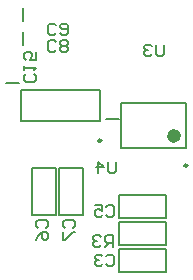
<source format=gbo>
G04 Layer_Color=32896*
%FSLAX44Y44*%
%MOMM*%
G71*
G01*
G75*
%ADD13C,0.2000*%
%ADD26C,0.2500*%
%ADD27C,0.6000*%
%ADD29C,0.1270*%
D13*
X42700Y-109520D02*
X109700D01*
X42700Y-83520D02*
X109700D01*
Y-109520D02*
Y-83520D01*
X42700Y-109520D02*
Y-83520D01*
X127440Y-132030D02*
X182440D01*
X127440Y-94030D02*
X182440D01*
Y-132030D02*
Y-94030D01*
X127440Y-132030D02*
Y-94030D01*
X30060Y-77470D02*
X41060D01*
X115150Y-107950D02*
X126150D01*
X126050Y-217330D02*
X166050D01*
X126050Y-237330D02*
X166050D01*
X126050D02*
Y-217330D01*
X166050Y-237330D02*
Y-217330D01*
X126050Y-214470D02*
Y-194470D01*
X166050Y-214470D02*
Y-194470D01*
X126050Y-214470D02*
X166050D01*
X126050Y-194470D02*
X166050D01*
X126050Y-171610D02*
X166050D01*
X126050Y-191610D02*
X166050D01*
X126050D02*
Y-171610D01*
X166050Y-191610D02*
Y-171610D01*
X52230Y-188910D02*
Y-148910D01*
X72230Y-188910D02*
Y-148910D01*
X52230Y-188910D02*
X72230D01*
X52230Y-148910D02*
X72230D01*
X75090D02*
X95090D01*
X75090Y-188910D02*
X95090D01*
Y-188910D02*
Y-148910D01*
X75090Y-188910D02*
Y-148910D01*
X44450Y-44870D02*
Y-33870D01*
Y-24550D02*
Y-13550D01*
D26*
X110950Y-126020D02*
G03*
X110950Y-126020I-1250J0D01*
G01*
X183740Y-147030D02*
G03*
X183740Y-147030I-1250J0D01*
G01*
D27*
X175440Y-122030D02*
G03*
X175440Y-122030I-3000J0D01*
G01*
D29*
X163830Y-44613D02*
Y-52944D01*
X162164Y-54610D01*
X158832D01*
X157165Y-52944D01*
Y-44613D01*
X153833Y-46279D02*
X152167Y-44613D01*
X148835D01*
X147169Y-46279D01*
Y-47945D01*
X148835Y-49612D01*
X150501D01*
X148835D01*
X147169Y-51278D01*
Y-52944D01*
X148835Y-54610D01*
X152167D01*
X153833Y-52944D01*
X72705Y-28499D02*
X71038Y-26833D01*
X67706D01*
X66040Y-28499D01*
Y-35164D01*
X67706Y-36830D01*
X71038D01*
X72705Y-35164D01*
X76037D02*
X77703Y-36830D01*
X81035D01*
X82701Y-35164D01*
Y-28499D01*
X81035Y-26833D01*
X77703D01*
X76037Y-28499D01*
Y-30166D01*
X77703Y-31832D01*
X82701D01*
X72705Y-48971D02*
X71038Y-50637D01*
X67706D01*
X66040Y-48971D01*
Y-42306D01*
X67706Y-40640D01*
X71038D01*
X72705Y-42306D01*
X76037Y-48971D02*
X77703Y-50637D01*
X81035D01*
X82701Y-48971D01*
Y-47305D01*
X81035Y-45638D01*
X82701Y-43972D01*
Y-42306D01*
X81035Y-40640D01*
X77703D01*
X76037Y-42306D01*
Y-43972D01*
X77703Y-45638D01*
X76037Y-47305D01*
Y-48971D01*
X77703Y-45638D02*
X81035D01*
X120650Y-215900D02*
Y-205903D01*
X115652D01*
X113986Y-207569D01*
Y-210902D01*
X115652Y-212568D01*
X120650D01*
X117318D02*
X113986Y-215900D01*
X110653Y-207569D02*
X108987Y-205903D01*
X105655D01*
X103989Y-207569D01*
Y-209235D01*
X105655Y-210902D01*
X107321D01*
X105655D01*
X103989Y-212568D01*
Y-214234D01*
X105655Y-215900D01*
X108987D01*
X110653Y-214234D01*
X80569Y-199704D02*
X78903Y-198038D01*
Y-194706D01*
X80569Y-193040D01*
X87234D01*
X88900Y-194706D01*
Y-198038D01*
X87234Y-199704D01*
X78903Y-203037D02*
Y-209701D01*
X80569D01*
X87234Y-203037D01*
X88900D01*
X57709Y-199704D02*
X56043Y-198038D01*
Y-194706D01*
X57709Y-193040D01*
X64374D01*
X66040Y-194706D01*
Y-198038D01*
X64374Y-199704D01*
X56043Y-209701D02*
X57709Y-206369D01*
X61042Y-203037D01*
X64374D01*
X66040Y-204703D01*
Y-208035D01*
X64374Y-209701D01*
X62708D01*
X61042Y-208035D01*
Y-203037D01*
X115255Y-182169D02*
X116922Y-180503D01*
X120254D01*
X121920Y-182169D01*
Y-188834D01*
X120254Y-190500D01*
X116922D01*
X115255Y-188834D01*
X105259Y-180503D02*
X111923D01*
Y-185502D01*
X108591Y-183836D01*
X106925D01*
X105259Y-185502D01*
Y-188834D01*
X106925Y-190500D01*
X110257D01*
X111923Y-188834D01*
X115255Y-224079D02*
X116922Y-222413D01*
X120254D01*
X121920Y-224079D01*
Y-230744D01*
X120254Y-232410D01*
X116922D01*
X115255Y-230744D01*
X111923Y-224079D02*
X110257Y-222413D01*
X106925D01*
X105259Y-224079D01*
Y-225746D01*
X106925Y-227412D01*
X108591D01*
X106925D01*
X105259Y-229078D01*
Y-230744D01*
X106925Y-232410D01*
X110257D01*
X111923Y-230744D01*
X123190Y-143673D02*
Y-152004D01*
X121524Y-153670D01*
X118192D01*
X116525Y-152004D01*
Y-143673D01*
X108195Y-153670D02*
Y-143673D01*
X113193Y-148672D01*
X106529D01*
X54051Y-69535D02*
X55717Y-71202D01*
Y-74534D01*
X54051Y-76200D01*
X47386D01*
X45720Y-74534D01*
Y-71202D01*
X47386Y-69535D01*
X45720Y-66203D02*
Y-62871D01*
Y-64537D01*
X55717D01*
X54051Y-66203D01*
X55717Y-51208D02*
Y-57873D01*
X50718D01*
X52385Y-54540D01*
Y-52874D01*
X50718Y-51208D01*
X47386D01*
X45720Y-52874D01*
Y-56206D01*
X47386Y-57873D01*
M02*

</source>
